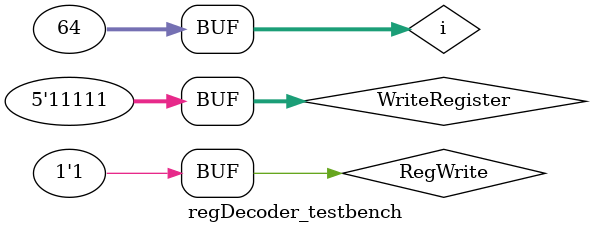
<source format=sv>
/* 5:32 Decoder - decides which register needs to be written
 *	Input: [4:0] Write Register (Address), RegWrite (Enable)
 *	Output: [31:0] decodeOut
 */
module regDecoder (WriteRegister, decodeOut, RegWrite);
	input logic RegWrite;
	input logic [4:0] WriteRegister;
	output logic [31:0] decodeOut;
	
	logic [3:0] tempOut;
	
	// 2:4 decoder selects which 3:8 decoder will be overwritten - assuming RegWrite is true.
	decoder2_4 d1 (.in(WriteRegister[4:3]), .out(tempOut), .en(RegWrite));
	decoder3_8 d2 (.in(WriteRegister[2:0]), .out(decodeOut[7:0]), .en(tempOut[0]));
	decoder3_8 d3 (.in(WriteRegister[2:0]), .out(decodeOut[15:8]), .en(tempOut[1]));
	decoder3_8 d4 (.in(WriteRegister[2:0]), .out(decodeOut[23:16]), .en(tempOut[2]));
	decoder3_8 d5 (.in(WriteRegister[2:0]), .out(decodeOut[31:24]), .en(tempOut[3]));
endmodule

`timescale 1ns/10ps
module regDecoder_testbench ();
	logic [4:0] WriteRegister;
	logic RegWrite;
	logic [31:0] decodeOut;
	
	regDecoder dut (.WriteRegister, .decodeOut, .RegWrite);
	
	integer i;
	
	initial begin
		for(i = 0; i < 64; i++) begin
			{RegWrite, WriteRegister} = i; #10;
		end
	end
endmodule
</source>
